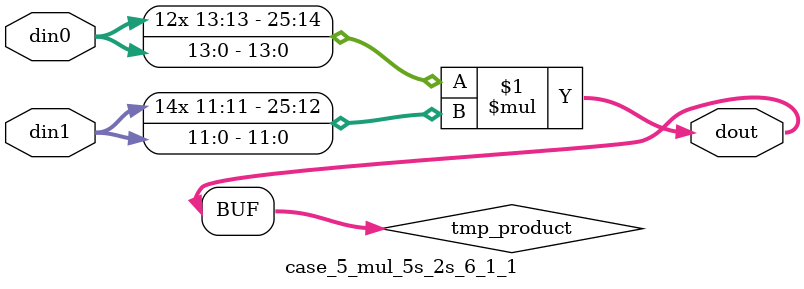
<source format=v>

`timescale 1 ns / 1 ps

 module case_5_mul_5s_2s_6_1_1(din0, din1, dout);
parameter ID = 1;
parameter NUM_STAGE = 0;
parameter din0_WIDTH = 14;
parameter din1_WIDTH = 12;
parameter dout_WIDTH = 26;

input [din0_WIDTH - 1 : 0] din0; 
input [din1_WIDTH - 1 : 0] din1; 
output [dout_WIDTH - 1 : 0] dout;

wire signed [dout_WIDTH - 1 : 0] tmp_product;



























assign tmp_product = $signed(din0) * $signed(din1);








assign dout = tmp_product;





















endmodule

</source>
